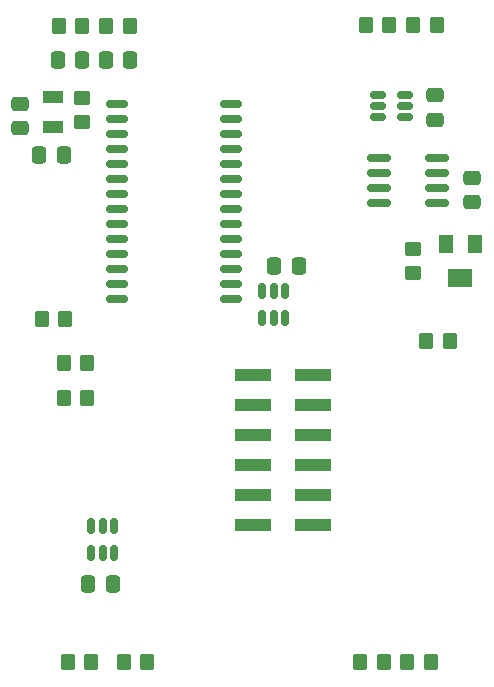
<source format=gbr>
%TF.GenerationSoftware,KiCad,Pcbnew,7.0.7*%
%TF.CreationDate,2024-04-02T12:31:12-04:00*%
%TF.ProjectId,module_pcb_thermal_mockup_v3.5,6d6f6475-6c65-45f7-9063-625f74686572,rev?*%
%TF.SameCoordinates,Original*%
%TF.FileFunction,Paste,Bot*%
%TF.FilePolarity,Positive*%
%FSLAX46Y46*%
G04 Gerber Fmt 4.6, Leading zero omitted, Abs format (unit mm)*
G04 Created by KiCad (PCBNEW 7.0.7) date 2024-04-02 12:31:12*
%MOMM*%
%LPD*%
G01*
G04 APERTURE LIST*
G04 Aperture macros list*
%AMRoundRect*
0 Rectangle with rounded corners*
0 $1 Rounding radius*
0 $2 $3 $4 $5 $6 $7 $8 $9 X,Y pos of 4 corners*
0 Add a 4 corners polygon primitive as box body*
4,1,4,$2,$3,$4,$5,$6,$7,$8,$9,$2,$3,0*
0 Add four circle primitives for the rounded corners*
1,1,$1+$1,$2,$3*
1,1,$1+$1,$4,$5*
1,1,$1+$1,$6,$7*
1,1,$1+$1,$8,$9*
0 Add four rect primitives between the rounded corners*
20,1,$1+$1,$2,$3,$4,$5,0*
20,1,$1+$1,$4,$5,$6,$7,0*
20,1,$1+$1,$6,$7,$8,$9,0*
20,1,$1+$1,$8,$9,$2,$3,0*%
G04 Aperture macros list end*
%ADD10RoundRect,0.150000X0.825000X0.150000X-0.825000X0.150000X-0.825000X-0.150000X0.825000X-0.150000X0*%
%ADD11R,3.150000X1.000000*%
%ADD12RoundRect,0.150000X0.512500X0.150000X-0.512500X0.150000X-0.512500X-0.150000X0.512500X-0.150000X0*%
%ADD13RoundRect,0.250000X0.337500X0.475000X-0.337500X0.475000X-0.337500X-0.475000X0.337500X-0.475000X0*%
%ADD14RoundRect,0.250000X-0.450000X0.350000X-0.450000X-0.350000X0.450000X-0.350000X0.450000X0.350000X0*%
%ADD15RoundRect,0.250000X0.350000X0.450000X-0.350000X0.450000X-0.350000X-0.450000X0.350000X-0.450000X0*%
%ADD16R,1.800000X1.000000*%
%ADD17RoundRect,0.250000X-0.475000X0.337500X-0.475000X-0.337500X0.475000X-0.337500X0.475000X0.337500X0*%
%ADD18RoundRect,0.150000X-0.150000X0.512500X-0.150000X-0.512500X0.150000X-0.512500X0.150000X0.512500X0*%
%ADD19RoundRect,0.250000X-0.350000X-0.450000X0.350000X-0.450000X0.350000X0.450000X-0.350000X0.450000X0*%
%ADD20RoundRect,0.150000X0.150000X-0.512500X0.150000X0.512500X-0.150000X0.512500X-0.150000X-0.512500X0*%
%ADD21RoundRect,0.250000X-0.337500X-0.475000X0.337500X-0.475000X0.337500X0.475000X-0.337500X0.475000X0*%
%ADD22RoundRect,0.150000X0.750000X0.150000X-0.750000X0.150000X-0.750000X-0.150000X0.750000X-0.150000X0*%
%ADD23R,1.300000X1.600000*%
%ADD24R,2.000000X1.600000*%
G04 APERTURE END LIST*
D10*
%TO.C,U6*%
X38035000Y-13335000D03*
X38035000Y-14605000D03*
X38035000Y-15875000D03*
X38035000Y-17145000D03*
X33085000Y-17145000D03*
X33085000Y-15875000D03*
X33085000Y-14605000D03*
X33085000Y-13335000D03*
%TD*%
D11*
%TO.C,J1*%
X27500000Y-31670000D03*
X22450000Y-31670000D03*
X27500000Y-34210000D03*
X22450000Y-34210000D03*
X27500000Y-36750000D03*
X22450000Y-36750000D03*
X27500000Y-39290000D03*
X22450000Y-39290000D03*
X27500000Y-41830000D03*
X22450000Y-41830000D03*
X27500000Y-44370000D03*
X22450000Y-44370000D03*
%TD*%
D12*
%TO.C,U7*%
X35297500Y-7930000D03*
X35297500Y-8880000D03*
X35297500Y-9830000D03*
X33022500Y-9830000D03*
X33022500Y-8880000D03*
X33022500Y-7930000D03*
%TD*%
D13*
%TO.C,C8*%
X10567500Y-49340000D03*
X8492500Y-49340000D03*
%TD*%
D14*
%TO.C,R13*%
X36000000Y-21000000D03*
X36000000Y-23000000D03*
%TD*%
D15*
%TO.C,R7*%
X33500000Y-56000000D03*
X31500000Y-56000000D03*
%TD*%
D13*
%TO.C,C2*%
X7975329Y-5000000D03*
X5900329Y-5000000D03*
%TD*%
D16*
%TO.C,Y1*%
X5500000Y-10650000D03*
X5500000Y-8150000D03*
%TD*%
D15*
%TO.C,R9*%
X12000000Y-2100000D03*
X10000000Y-2100000D03*
%TD*%
D13*
%TO.C,C3*%
X12037500Y-5000000D03*
X9962500Y-5000000D03*
%TD*%
D17*
%TO.C,C1*%
X41000000Y-14962500D03*
X41000000Y-17037500D03*
%TD*%
D15*
%TO.C,R5*%
X8750000Y-56000000D03*
X6750000Y-56000000D03*
%TD*%
D18*
%TO.C,U8*%
X23250000Y-24582500D03*
X24200000Y-24582500D03*
X25150000Y-24582500D03*
X25150000Y-26857500D03*
X24200000Y-26857500D03*
X23250000Y-26857500D03*
%TD*%
D17*
%TO.C,C6*%
X37870000Y-7972500D03*
X37870000Y-10047500D03*
%TD*%
D19*
%TO.C,JMPR2*%
X37100000Y-28800000D03*
X39100000Y-28800000D03*
%TD*%
D17*
%TO.C,C4*%
X2750000Y-8712500D03*
X2750000Y-10787500D03*
%TD*%
D14*
%TO.C,R14*%
X8000000Y-8250000D03*
X8000000Y-10250000D03*
%TD*%
D19*
%TO.C,JMPR1*%
X4550000Y-26940000D03*
X6550000Y-26940000D03*
%TD*%
D20*
%TO.C,U9*%
X10670000Y-46767500D03*
X9720000Y-46767500D03*
X8770000Y-46767500D03*
X8770000Y-44492500D03*
X9720000Y-44492500D03*
X10670000Y-44492500D03*
%TD*%
D15*
%TO.C,R3*%
X8430000Y-33620000D03*
X6430000Y-33620000D03*
%TD*%
%TO.C,R10*%
X8000000Y-2100000D03*
X6000000Y-2100000D03*
%TD*%
%TO.C,R12*%
X34000000Y-2000000D03*
X32000000Y-2000000D03*
%TD*%
%TO.C,R6*%
X13500000Y-56000000D03*
X11500000Y-56000000D03*
%TD*%
%TO.C,R4*%
X8430000Y-30620000D03*
X6430000Y-30620000D03*
%TD*%
D13*
%TO.C,C5*%
X6437500Y-13010000D03*
X4362500Y-13010000D03*
%TD*%
D21*
%TO.C,C7*%
X24242500Y-22460000D03*
X26317500Y-22460000D03*
%TD*%
D22*
%TO.C,U5*%
X20550000Y-8745000D03*
X20550000Y-10015000D03*
X20550000Y-11285000D03*
X20550000Y-12555000D03*
X20550000Y-13825000D03*
X20550000Y-15095000D03*
X20550000Y-16365000D03*
X20550000Y-17635000D03*
X20550000Y-18905000D03*
X20550000Y-20175000D03*
X20550000Y-21445000D03*
X20550000Y-22715000D03*
X20550000Y-23985000D03*
X20550000Y-25255000D03*
X10950000Y-25255000D03*
X10950000Y-23985000D03*
X10950000Y-22715000D03*
X10950000Y-21445000D03*
X10950000Y-20175000D03*
X10950000Y-18905000D03*
X10950000Y-17635000D03*
X10950000Y-16365000D03*
X10950000Y-15095000D03*
X10950000Y-13825000D03*
X10950000Y-12555000D03*
X10950000Y-11285000D03*
X10950000Y-10015000D03*
X10950000Y-8745000D03*
%TD*%
D23*
%TO.C,RV1*%
X38750000Y-20550000D03*
D24*
X40000000Y-23450000D03*
D23*
X41250000Y-20550000D03*
%TD*%
D15*
%TO.C,R11*%
X38000000Y-2000000D03*
X36000000Y-2000000D03*
%TD*%
%TO.C,R8*%
X37500000Y-56000000D03*
X35500000Y-56000000D03*
%TD*%
M02*

</source>
